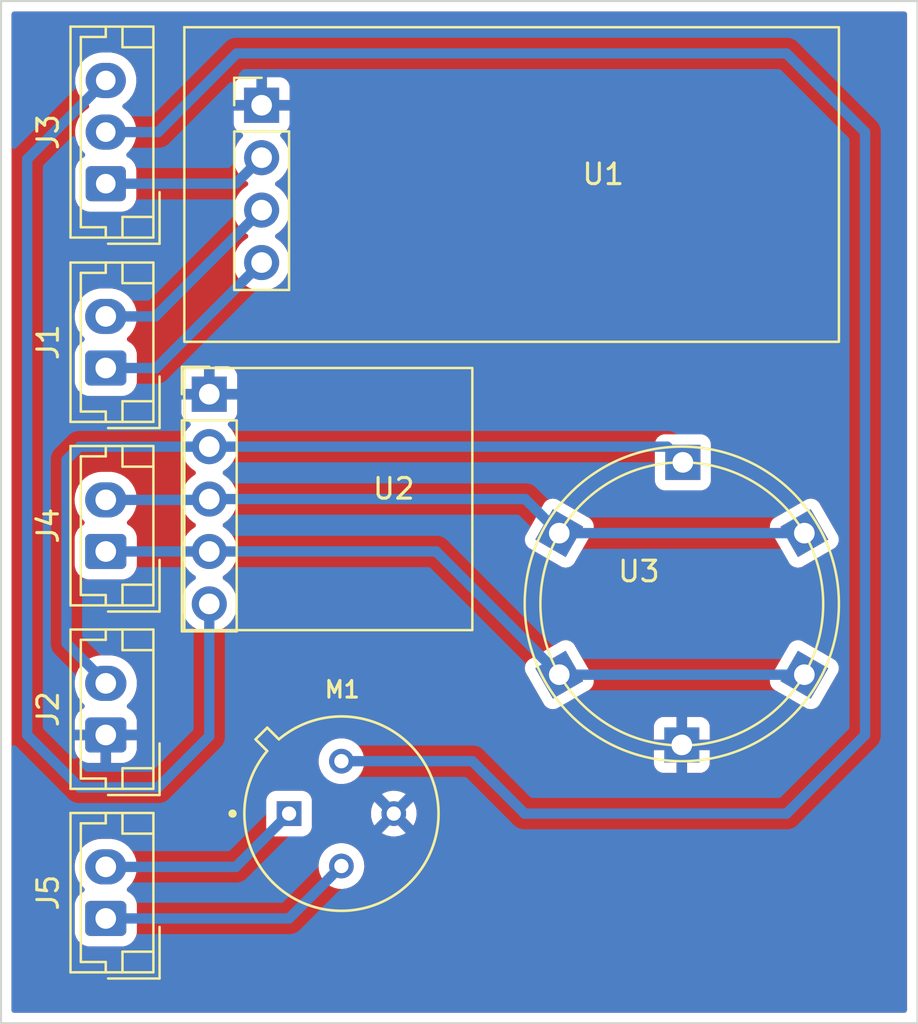
<source format=kicad_pcb>
(kicad_pcb (version 20211014) (generator pcbnew)
  (layers (0 "F.Cu" signal) (31 "B.Cu" signal) (34 "B.Paste" user) (35 "F.Paste" user) (36 "B.SilkS" user "B.Silkscreen") (37 "F.SilkS" user "F.Silkscreen") (38 "B.Mask" user) (39 "F.Mask" user) (44 "Edge.Cuts" user))
  (net 0 "")
  (net 1 "Pluviomètre_Mesure")
  (net 2 "Pluviomètre_Trigger")
  (net 3 "+5V")
  (net 4 "GND")
  (net 5 "GND_Pluviomètre")
  (net 6 "GND_Sky_Temperature")
  (net 7 "Ack_UV")
  (net 8 "I2C1_SDA")
  (net 9 "I2C1_SCL")
  (net 10 "I2C2_SDA")
  (net 11 "I2C2_SCL")
  (footprint "Connector_JST:JST_EH_B2B-EH-A_1x02_P2.50mm_Vertical" (layer "F.Cu") (at 102.87 106.68 90)
    (fp_text reference "J4" (at 1.25 -2.8 90) (layer "F.SilkS"))
    (fp_text value "I2C1")
    (fp_line (start 5.11 2.31) (end 5.11 -1.71) (layer "F.SilkS") (width 0.12))
    (fp_line (start -2.11 0) (end -2.11 -1.21) (layer "F.SilkS") (width 0.12))
    (fp_line (start -2.61 0.81) (end -1.61 0.81) (layer "F.SilkS") (width 0.12))
    (fp_line (start 4.61 -1.21) (end 4.61 0) (layer "F.SilkS") (width 0.12))
    (fp_line (start -1.61 0.81) (end -1.61 2.31) (layer "F.SilkS") (width 0.12))
    (fp_line (start -2.91 2.61) (end -0.41 2.61) (layer "F.SilkS") (width 0.12))
    (fp_line (start -2.61 2.31) (end 5.11 2.31) (layer "F.SilkS") (width 0.12))
    (fp_line (start -2.61 0) (end -2.11 0) (layer "F.SilkS") (width 0.12))
    (fp_line (start 4.61 0) (end 5.11 0) (layer "F.SilkS") (width 0.12))
    (fp_line (start 5.11 -1.71) (end -2.61 -1.71) (layer "F.SilkS") (width 0.12))
    (fp_line (start -2.91 0.11) (end -2.91 2.61) (layer "F.SilkS") (width 0.12))
    (fp_line (start 5.11 0.81) (end 4.11 0.81) (layer "F.SilkS") (width 0.12))
    (fp_line (start -2.11 -1.21) (end 4.61 -1.21) (layer "F.SilkS") (width 0.12))
    (fp_line (start -2.61 -1.71) (end -2.61 2.31) (layer "F.SilkS") (width 0.12))
    (fp_line (start 4.11 0.81) (end 4.11 2.31) (layer "F.SilkS") (width 0.12))
    (pad "1" thru_hole roundrect (at 0 0 90) (size 1.7 2) (drill 1) (layers *.Cu *.Mask) (roundrect_rratio 0.1470588235) (net 8 "I2C1_SDA"))
    (pad "2" thru_hole oval (at 2.5 0 90) (size 1.7 2) (drill 1) (layers *.Cu *.Mask) (net 9 "I2C1_SCL"))
  )
  (footprint "Capteur_station:Luminosite" (layer "F.Cu") (at 130.81 109.22)
    (fp_text reference "U3" (at -2.0828 -1.5748 unlocked) (layer "F.SilkS"))
    (fp_text value "Luminosité")
    (fp_circle (center 0 0) (end 7.62 0) (layer "F.SilkS") (width 0.12) (fill none))
    (fp_circle (center 0 0) (end 6.858 0) (layer "F.SilkS") (width 0.12) (fill none))
    (pad "1" thru_hole rect (at 0 6.8326) (size 1.7 1.7) (drill 1) (layers *.Cu *.Mask) (net 3 "+5V"))
    (pad "2" thru_hole rect (at 0.0508 -6.858) (size 1.7 1.7) (drill 1) (layers *.Cu *.Mask) (net 4 "GND"))
    (pad "3" thru_hole rect (at 5.9436 3.429 60) (size 1.7 1.7) (drill 1) (layers *.Cu *.Mask) (net 8 "I2C1_SDA"))
    (pad "3" thru_hole rect (at -5.9436 3.429 30) (size 1.7 1.7) (drill 1) (layers *.Cu *.Mask) (net 8 "I2C1_SDA"))
    (pad "4" thru_hole rect (at -5.9436 -3.429 60) (size 1.7 1.7) (drill 1) (layers *.Cu *.Mask) (net 9 "I2C1_SCL"))
    (pad "4" thru_hole rect (at 5.9436 -3.429 30) (size 1.7 1.7) (drill 1) (layers *.Cu *.Mask) (net 9 "I2C1_SCL"))
  )
  (footprint "Connector_JST:JST_EH_B2B-EH-A_1x02_P2.50mm_Vertical" (layer "F.Cu") (at 102.87 115.57 90)
    (fp_text reference "J2" (at 1.25 -2.8 90) (layer "F.SilkS"))
    (fp_text value "5V")
    (fp_line (start -2.61 0.81) (end -1.61 0.81) (layer "F.SilkS") (width 0.12))
    (fp_line (start 4.61 -1.21) (end 4.61 0) (layer "F.SilkS") (width 0.12))
    (fp_line (start -2.61 0) (end -2.11 0) (layer "F.SilkS") (width 0.12))
    (fp_line (start -2.61 -1.71) (end -2.61 2.31) (layer "F.SilkS") (width 0.12))
    (fp_line (start -1.61 0.81) (end -1.61 2.31) (layer "F.SilkS") (width 0.12))
    (fp_line (start 4.61 0) (end 5.11 0) (layer "F.SilkS") (width 0.12))
    (fp_line (start -2.91 0.11) (end -2.91 2.61) (layer "F.SilkS") (width 0.12))
    (fp_line (start 5.11 -1.71) (end -2.61 -1.71) (layer "F.SilkS") (width 0.12))
    (fp_line (start -2.61 2.31) (end 5.11 2.31) (layer "F.SilkS") (width 0.12))
    (fp_line (start -2.11 -1.21) (end 4.61 -1.21) (layer "F.SilkS") (width 0.12))
    (fp_line (start -2.91 2.61) (end -0.41 2.61) (layer "F.SilkS") (width 0.12))
    (fp_line (start 4.11 0.81) (end 4.11 2.31) (layer "F.SilkS") (width 0.12))
    (fp_line (start 5.11 0.81) (end 4.11 0.81) (layer "F.SilkS") (width 0.12))
    (fp_line (start 5.11 2.31) (end 5.11 -1.71) (layer "F.SilkS") (width 0.12))
    (fp_line (start -2.11 0) (end -2.11 -1.21) (layer "F.SilkS") (width 0.12))
    (pad "1" thru_hole roundrect (at 0 0 90) (size 1.7 2) (drill 1) (layers *.Cu *.Mask) (roundrect_rratio 0.1470588235) (net 3 "+5V"))
    (pad "2" thru_hole oval (at 2.5 0 90) (size 1.7 2) (drill 1) (layers *.Cu *.Mask) (net 4 "GND"))
  )
  (footprint "Capteur_station:UV" (layer "F.Cu") (at 116.84 104.14)
    (fp_text reference "U2" (at 0 -0.5 unlocked) (layer "F.SilkS"))
    (fp_text value "UV")
    (fp_line (start -10.28 -3.81) (end -10.28 6.41) (layer "F.SilkS") (width 0.12))
    (fp_line (start -10.28 -5.08) (end -10.28 -6.41) (layer "F.SilkS") (width 0.12))
    (fp_line (start -10.28 6.41) (end -7.62 6.41) (layer "F.SilkS") (width 0.12))
    (fp_line (start -7.62 -3.81) (end -7.62 6.41) (layer "F.SilkS") (width 0.12))
    (fp_line (start -10.28 -6.41) (end -8.95 -6.41) (layer "F.SilkS") (width 0.12))
    (fp_line (start -10.28 -3.81) (end -7.62 -3.81) (layer "F.SilkS") (width 0.12))
    (fp_rect (start -10.16 -6.35) (end 3.81 6.35) (layer "F.SilkS") (width 0.12) (fill none))
    (pad "1" thru_hole rect (at -8.95 -5.08) (size 1.7 1.7) (drill 1) (layers *.Cu *.Mask) (net 3 "+5V"))
    (pad "2" thru_hole oval (at -8.95 -2.54) (size 1.7 1.7) (drill 1) (layers *.Cu *.Mask) (net 4 "GND"))
    (pad "3" thru_hole oval (at -8.95 0) (size 1.7 1.7) (drill 1) (layers *.Cu *.Mask) (net 9 "I2C1_SCL"))
    (pad "4" thru_hole oval (at -8.95 2.54) (size 1.7 1.7) (drill 1) (layers *.Cu *.Mask) (net 8 "I2C1_SDA"))
    (pad "5" thru_hole oval (at -8.95 5.08) (size 1.7 1.7) (drill 1) (layers *.Cu *.Mask) (net 7 "Ack_UV"))
  )
  (footprint "Capteur_station:Pluie" (layer "F.Cu") (at 127 88.9)
    (fp_text reference "U1" (at 0 -0.5 unlocked) (layer "F.SilkS"))
    (fp_text value "Pluie")
    (fp_line (start -17.9 -5.17) (end -16.57 -5.17) (layer "F.SilkS") (width 0.12))
    (fp_line (start -17.9 5.11) (end -15.24 5.11) (layer "F.SilkS") (width 0.12))
    (fp_line (start -15.24 -2.57) (end -15.24 5.11) (layer "F.SilkS") (width 0.12))
    (fp_line (start -17.9 -2.57) (end -15.24 -2.57) (layer "F.SilkS") (width 0.12))
    (fp_line (start -17.9 -3.84) (end -17.9 -5.17) (layer "F.SilkS") (width 0.12))
    (fp_line (start -17.9 -2.57) (end -17.9 5.11) (layer "F.SilkS") (width 0.12))
    (fp_rect (start -20.32 -7.62) (end 11.43 7.62) (layer "F.SilkS") (width 0.12) (fill none))
    (pad "1" thru_hole rect (at -16.57 -3.84) (size 1.7 1.7) (drill 1) (layers *.Cu *.Mask) (net 3 "+5V"))
    (pad "2" thru_hole oval (at -16.57 -1.3) (size 1.7 1.7) (drill 1) (layers *.Cu *.Mask) (net 5 "GND_Pluviomètre"))
    (pad "3" thru_hole oval (at -16.57 1.24) (size 1.7 1.7) (drill 1) (layers *.Cu *.Mask) (net 2 "Pluviomètre_Trigger"))
    (pad "4" thru_hole oval (at -16.57 3.78) (size 1.7 1.7) (drill 1) (layers *.Cu *.Mask) (net 1 "Pluviomètre_Mesure"))
  )
  (footprint "Connector_JST:JST_EH_B2B-EH-A_1x02_P2.50mm_Vertical" (layer "F.Cu") (at 102.87 97.79 90)
    (fp_text reference "J1" (at 1.25 -2.8 90) (layer "F.SilkS"))
    (fp_text value "Pluviomètre")
    (fp_line (start -1.61 0.81) (end -1.61 2.31) (layer "F.SilkS") (width 0.12))
    (fp_line (start 4.61 -1.21) (end 4.61 0) (layer "F.SilkS") (width 0.12))
    (fp_line (start -2.61 0) (end -2.11 0) (layer "F.SilkS") (width 0.12))
    (fp_line (start -2.91 0.11) (end -2.91 2.61) (layer "F.SilkS") (width 0.12))
    (fp_line (start 5.11 -1.71) (end -2.61 -1.71) (layer "F.SilkS") (width 0.12))
    (fp_line (start -2.91 2.61) (end -0.41 2.61) (layer "F.SilkS") (width 0.12))
    (fp_line (start 5.11 2.31) (end 5.11 -1.71) (layer "F.SilkS") (width 0.12))
    (fp_line (start -2.61 0.81) (end -1.61 0.81) (layer "F.SilkS") (width 0.12))
    (fp_line (start -2.61 -1.71) (end -2.61 2.31) (layer "F.SilkS") (width 0.12))
    (fp_line (start -2.11 -1.21) (end 4.61 -1.21) (layer "F.SilkS") (width 0.12))
    (fp_line (start -2.61 2.31) (end 5.11 2.31) (layer "F.SilkS") (width 0.12))
    (fp_line (start 4.61 0) (end 5.11 0) (layer "F.SilkS") (width 0.12))
    (fp_line (start 4.11 0.81) (end 4.11 2.31) (layer "F.SilkS") (width 0.12))
    (fp_line (start 5.11 0.81) (end 4.11 0.81) (layer "F.SilkS") (width 0.12))
    (fp_line (start -2.11 0) (end -2.11 -1.21) (layer "F.SilkS") (width 0.12))
    (pad "1" thru_hole roundrect (at 0 0 90) (size 1.7 2) (drill 1) (layers *.Cu *.Mask) (roundrect_rratio 0.1470588235) (net 1 "Pluviomètre_Mesure"))
    (pad "2" thru_hole oval (at 2.5 0 90) (size 1.7 2) (drill 1) (layers *.Cu *.Mask) (net 2 "Pluviomètre_Trigger"))
  )
  (footprint "FootPrint:TO254P942H425-4" (layer "F.Cu") (at 114.3 119.38)
    (fp_text reference "M1" (at 0.04 -6.008) (layer "F.SilkS") (effects (font (size 0.8 0.8))))
    (fp_text value "MLX90614ESF-AAA-000-TU")
    (fp_line (start -3.59917 -4.16486) (end -4.16486 -3.59917) (layer "F.SilkS") (width 0.127))
    (fp_line (start -4.16486 -3.59917) (end -3.59917 -3.03349) (layer "F.SilkS") (width 0.127))
    (fp_line (start -3.03349 -3.59917) (end -3.59917 -4.16486) (layer "F.SilkS") (width 0.127))
    (fp_arc (start -3.03349 -3.59917) (mid 0.200776 -4.703171) (end 3.33047 -3.330471) (layer "F.SilkS") (width 0.127))
    (fp_arc (start -3.33047 3.33047) (mid -4.703039 0.20077) (end -3.599169 -3.03349) (layer "F.SilkS") (width 0.127))
    (fp_arc (start 3.33047 3.33047) (mid 0 4.709996) (end -3.33047 3.33047) (layer "F.SilkS") (width 0.127))
    (fp_arc (start 3.33047 -3.33047) (mid 4.709996 0) (end 3.33047 3.33047) (layer "F.SilkS") (width 0.127))
    (fp_circle (center -5.28 0) (end -5.18 0) (layer "F.SilkS") (width 0.2) (fill none))
    (pad "1" thru_hole rect locked (at -2.54 0) (size 1.198 1.198) (drill 0.69) (layers *.Cu *.Mask) (net 11 "I2C2_SCL"))
    (pad "2" thru_hole circle locked (at 0 2.54) (size 1.198 1.198) (drill 0.69) (layers *.Cu *.Mask) (net 10 "I2C2_SDA"))
    (pad "3" thru_hole circle locked (at 2.54 0) (size 1.198 1.198) (drill 0.69) (layers *.Cu *.Mask) (net 3 "+5V"))
    (pad "4" thru_hole circle locked (at 0 -2.54) (size 1.198 1.198) (drill 0.69) (layers *.Cu *.Mask) (net 6 "GND_Sky_Temperature"))
  )
  (footprint "Connector_JST:JST_EH_B3B-EH-A_1x03_P2.50mm_Vertical" (layer "F.Cu") (at 102.87 88.86 90)
    (fp_text reference "J3" (at 2.5 -2.8 90) (layer "F.SilkS"))
    (fp_text value "PCB_Déporté")
    (fp_line (start 7.61 0.81) (end 6.61 0.81) (layer "F.SilkS") (width 0.12))
    (fp_line (start -2.61 0.81) (end -1.61 0.81) (layer "F.SilkS") (width 0.12))
    (fp_line (start 7.61 2.31) (end 7.61 -1.71) (layer "F.SilkS") (width 0.12))
    (fp_line (start 7.61 -1.71) (end -2.61 -1.71) (layer "F.SilkS") (width 0.12))
    (fp_line (start 7.11 -1.21) (end 7.11 0) (layer "F.SilkS") (width 0.12))
    (fp_line (start -2.11 -1.21) (end 7.11 -1.21) (layer "F.SilkS") (width 0.12))
    (fp_line (start 6.61 0.81) (end 6.61 2.31) (layer "F.SilkS") (width 0.12))
    (fp_line (start -1.61 0.81) (end -1.61 2.31) (layer "F.SilkS") (width 0.12))
    (fp_line (start -2.11 0) (end -2.11 -1.21) (layer "F.SilkS") (width 0.12))
    (fp_line (start -2.61 2.31) (end 7.61 2.31) (layer "F.SilkS") (width 0.12))
    (fp_line (start -2.91 0.11) (end -2.91 2.61) (layer "F.SilkS") (width 0.12))
    (fp_line (start 7.11 0) (end 7.61 0) (layer "F.SilkS") (width 0.12))
    (fp_line (start -2.61 -1.71) (end -2.61 2.31) (layer "F.SilkS") (width 0.12))
    (fp_line (start -2.91 2.61) (end -0.41 2.61) (layer "F.SilkS") (width 0.12))
    (fp_line (start -2.61 0) (end -2.11 0) (layer "F.SilkS") (width 0.12))
    (pad "1" thru_hole roundrect (at 0 0 90) (size 1.7 1.95) (drill 0.95) (layers *.Cu *.Mask) (roundrect_rratio 0.1470588235) (net 5 "GND_Pluviomètre"))
    (pad "2" thru_hole oval (at 2.5 0 90) (size 1.7 1.95) (drill 0.95) (layers *.Cu *.Mask) (net 6 "GND_Sky_Temperature"))
    (pad "3" thru_hole oval (at 5 0 90) (size 1.7 1.95) (drill 0.95) (layers *.Cu *.Mask) (net 7 "Ack_UV"))
  )
  (footprint "Connector_JST:JST_EH_B2B-EH-A_1x02_P2.50mm_Vertical" (layer "F.Cu") (at 102.87 124.46 90)
    (fp_text reference "J5" (at 1.25 -2.8 90) (layer "F.SilkS"))
    (fp_text value "I2C2")
    (fp_line (start -2.61 0) (end -2.11 0) (layer "F.SilkS") (width 0.12))
    (fp_line (start 5.11 -1.71) (end -2.61 -1.71) (layer "F.SilkS") (width 0.12))
    (fp_line (start 4.11 0.81) (end 4.11 2.31) (layer "F.SilkS") (width 0.12))
    (fp_line (start -2.91 0.11) (end -2.91 2.61) (layer "F.SilkS") (width 0.12))
    (fp_line (start -2.91 2.61) (end -0.41 2.61) (layer "F.SilkS") (width 0.12))
    (fp_line (start 5.11 2.31) (end 5.11 -1.71) (layer "F.SilkS") (width 0.12))
    (fp_line (start -1.61 0.81) (end -1.61 2.31) (layer "F.SilkS") (width 0.12))
    (fp_line (start -2.11 -1.21) (end 4.61 -1.21) (layer "F.SilkS") (width 0.12))
    (fp_line (start -2.11 0) (end -2.11 -1.21) (layer "F.SilkS") (width 0.12))
    (fp_line (start 5.11 0.81) (end 4.11 0.81) (layer "F.SilkS") (width 0.12))
    (fp_line (start -2.61 0.81) (end -1.61 0.81) (layer "F.SilkS") (width 0.12))
    (fp_line (start -2.61 2.31) (end 5.11 2.31) (layer "F.SilkS") (width 0.12))
    (fp_line (start 4.61 -1.21) (end 4.61 0) (layer "F.SilkS") (width 0.12))
    (fp_line (start -2.61 -1.71) (end -2.61 2.31) (layer "F.SilkS") (width 0.12))
    (fp_line (start 4.61 0) (end 5.11 0) (layer "F.SilkS") (width 0.12))
    (pad "1" thru_hole roundrect (at 0 0 90) (size 1.7 2) (drill 1) (layers *.Cu *.Mask) (roundrect_rratio 0.1470588235) (net 10 "I2C2_SDA"))
    (pad "2" thru_hole oval (at 2.5 0 90) (size 1.7 2) (drill 1) (layers *.Cu *.Mask) (net 11 "I2C2_SCL"))
  )
  (gr_rect (start 97.79 80.01) (end 142.24 129.54) (layer "Edge.Cuts") (width 0.1) (fill none))
  (segment (start 102.87 97.79) (end 105.32 97.79) (width 0.5) (layer "B.Cu") (net 1))
  (segment (start 105.32 97.79) (end 110.43 92.68) (width 0.5) (layer "B.Cu") (net 1))
  (segment (start 105.28 95.29) (end 110.43 90.14) (width 0.5) (layer "B.Cu") (net 2))
  (segment (start 102.87 95.29) (end 105.28 95.29) (width 0.5) (layer "B.Cu") (net 2))
  (segment (start 100.965 102.235) (end 101.6 101.6) (width 0.5) (layer "B.Cu") (net 4))
  (segment (start 102.87 113.07) (end 102.87 113.03) (width 0.5) (layer "B.Cu") (net 4))
  (segment (start 100.965 111.125) (end 100.965 102.235) (width 0.5) (layer "B.Cu") (net 4))
  (segment (start 101.6 101.6) (end 107.89 101.6) (width 0.5) (layer "B.Cu") (net 4))
  (segment (start 102.87 113.03) (end 100.965 111.125) (width 0.5) (layer "B.Cu") (net 4))
  (segment (start 107.89 101.6) (end 130.0988 101.6) (width 0.5) (layer "B.Cu") (net 4))
  (segment (start 130.0988 101.6) (end 130.8608 102.362) (width 0.5) (layer "B.Cu") (net 4))
  (segment (start 102.87 88.86) (end 109.17 88.86) (width 0.5) (layer "B.Cu") (net 5))
  (segment (start 109.17 88.86) (end 110.43 87.6) (width 0.5) (layer "B.Cu") (net 5))
  (segment (start 102.87 86.36) (end 105.41 86.36) (width 0.5) (layer "B.Cu") (net 6))
  (segment (start 105.41 86.36) (end 109.22 82.55) (width 0.5) (layer "B.Cu") (net 6))
  (segment (start 139.7 86.36) (end 139.7 115.57) (width 0.5) (layer "B.Cu") (net 6))
  (segment (start 135.89 119.38) (end 123.19 119.38) (width 0.5) (layer "B.Cu") (net 6))
  (segment (start 123.19 119.38) (end 120.65 116.84) (width 0.5) (layer "B.Cu") (net 6))
  (segment (start 139.7 115.57) (end 135.89 119.38) (width 0.5) (layer "B.Cu") (net 6))
  (segment (start 109.22 82.55) (end 135.89 82.55) (width 0.5) (layer "B.Cu") (net 6))
  (segment (start 135.89 82.55) (end 139.7 86.36) (width 0.5) (layer "B.Cu") (net 6))
  (segment (start 120.65 116.84) (end 114.3 116.84) (width 0.5) (layer "B.Cu") (net 6))
  (segment (start 102.87 83.86) (end 99.06 87.67) (width 0.5) (layer "B.Cu") (net 7))
  (segment (start 99.06 87.67) (end 99.06 115.57) (width 0.5) (layer "B.Cu") (net 7))
  (segment (start 105.41 118.11) (end 107.89 115.63) (width 0.5) (layer "B.Cu") (net 7))
  (segment (start 101.6 118.11) (end 105.41 118.11) (width 0.5) (layer "B.Cu") (net 7))
  (segment (start 99.06 115.57) (end 101.6 118.11) (width 0.5) (layer "B.Cu") (net 7))
  (segment (start 107.89 115.63) (end 107.89 109.22) (width 0.5) (layer "B.Cu") (net 7))
  (segment (start 124.8664 112.649) (end 136.7536 112.649) (width 0.5) (layer "B.Cu") (net 8))
  (segment (start 118.8974 106.68) (end 124.8664 112.649) (width 0.5) (layer "B.Cu") (net 8))
  (segment (start 102.87 106.68) (end 107.89 106.68) (width 0.5) (layer "B.Cu") (net 8))
  (segment (start 107.89 106.68) (end 118.8974 106.68) (width 0.5) (layer "B.Cu") (net 8))
  (segment (start 124.8664 105.791) (end 136.7536 105.791) (width 0.5) (layer "B.Cu") (net 9))
  (segment (start 123.2154 104.14) (end 124.8664 105.791) (width 0.5) (layer "B.Cu") (net 9))
  (segment (start 107.89 104.14) (end 123.2154 104.14) (width 0.5) (layer "B.Cu") (net 9))
  (segment (start 107.85 104.18) (end 107.89 104.14) (width 0.5) (layer "B.Cu") (net 9))
  (segment (start 102.87 104.18) (end 107.85 104.18) (width 0.5) (layer "B.Cu") (net 9))
  (segment (start 111.76 124.46) (end 114.3 121.92) (width 0.5) (layer "B.Cu") (net 10))
  (segment (start 102.87 124.46) (end 111.76 124.46) (width 0.5) (layer "B.Cu") (net 10))
  (segment (start 109.18 121.96) (end 111.76 119.38) (width 0.5) (layer "B.Cu") (net 11))
  (segment (start 102.87 121.96) (end 109.18 121.96) (width 0.5) (layer "B.Cu") (net 11))
  (zone (net 3) (net_name "+5V") (layer "F.Cu") (connect_pads (clearance 0.508)) (min_thickness 0.254) (fill yes (thermal_gap 0.508) (thermal_bridge_width 0.508))
    (polygon (pts (xy 142.24 129.54) (xy 97.79 129.54) (xy 97.79 80.01) (xy 142.24 80.01)))
  )
  (zone (net 3) (net_name "+5V") (layer "B.Cu") (connect_pads (clearance 0.508)) (min_thickness 0.254) (fill yes (thermal_gap 0.508) (thermal_bridge_width 0.508))
    (polygon (pts (xy 142.24 129.54) (xy 97.79 129.54) (xy 97.79 80.01) (xy 142.24 80.01)))
  )
)
</source>
